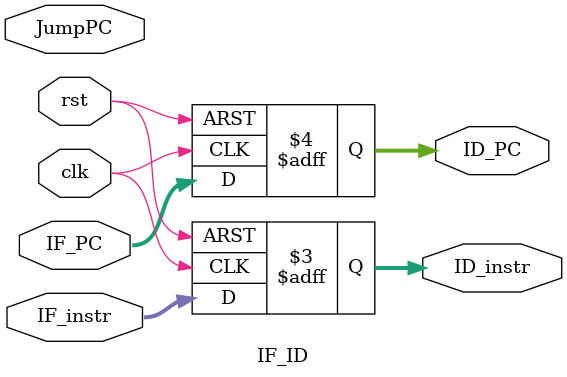
<source format=v>
module IF_ID(
		input wire JumpPC,
		input wire clk, rst,
		input wire [7:0] IF_instr,
		input wire [7:0] IF_PC,	
		output reg [7:0] ID_instr,
		output reg [7:0] ID_PC	//forwarding PC 
    );

	always @(posedge clk or negedge rst) begin
		if(!rst) begin
			ID_instr <= 8'bx;	//reset to xxx
			ID_PC <= 0;			//IDPC => 0 
		end
		
		else begin
			ID_instr <= IF_instr;
			ID_PC <= IF_PC;
		end
	end

endmodule

</source>
